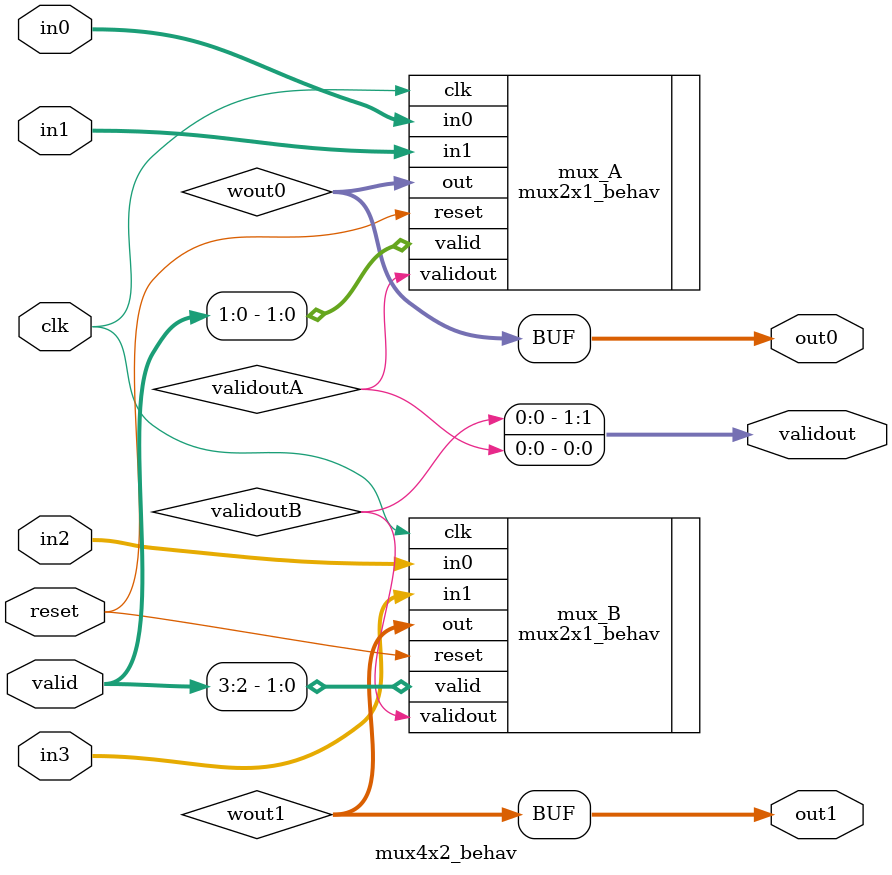
<source format=v>
`timescale 1ns / 1ps

`include "./src/mux2x1_behav.v"

module mux4x2_behav(                	 // starts behavorial module
    
	//INPUTS
	input wire clk,         				// clock in @f
	input wire [7:0] in0,					// datas in with valid at [0] pos
	input wire [7:0] in1,
	input wire [7:0] in2,
	input wire [7:0] in3,
	input wire [3:0] valid,					// valid bits, 4bits, 1 per in
	input reset,							// reset in
	
    //OUTPUTS
	output reg [7:0] out0,					// data out0
	output reg [7:0] out1,					// data out1
	output reg [1:0] validout
 );
    
    //AUXILIARY/INTERNAL NODES
	wire [7:0] wout0;
	wire [7:0] wout1;
	wire validoutA, validoutB;


// Conection
mux2x1_behav mux_A(				.out(wout0),
								.in0(in0),
                        		.in1(in1),
								.reset(reset),
								.valid(valid[1:0]),
								.clk(clk),
								.validout(validoutA)
);
 
mux2x1_behav mux_B(				.out(wout1),
								.in0(in2),
                        		.in1(in3),
								.reset(reset),
								.valid(valid[3:2]),
								.clk(clk),
								.validout(validoutB)
);

//spreading final signal

always @ (*) begin
	out0 =	wout0;
	out1 =	wout1;
	validout[0] = validoutA;
	validout[1] = validoutB;
end

endmodule                               // Mux4x2

</source>
